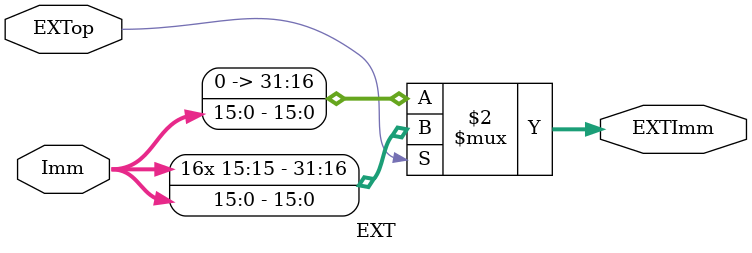
<source format=v>
`timescale 1ns / 1ps
module EXT(
    input 	[15:0] 	Imm,
    input 				EXTop,
    output	[31:0] 	EXTImm
    );
	assign EXTImm = (EXTop==0) ? {{16{1'b0}},Imm}   :
										  {{16{Imm[15]}},Imm};
endmodule

</source>
